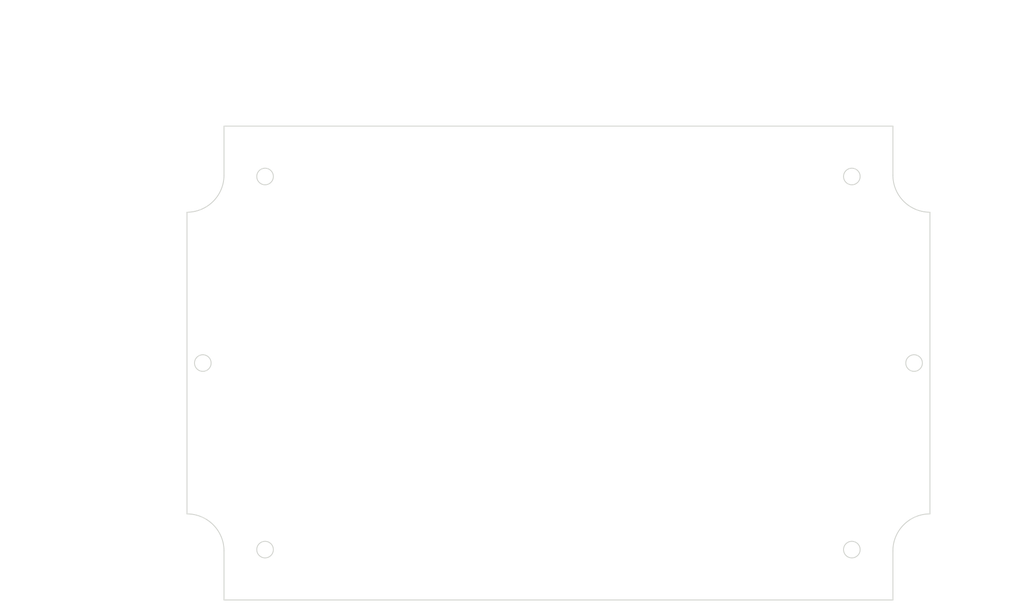
<source format=kicad_pcb>
(kicad_pcb (version 20171130) (host pcbnew "(5.1.0)-1")

  (general
    (thickness 1.6)
    (drawings 86)
    (tracks 0)
    (zones 0)
    (modules 0)
    (nets 1)
  )

  (page A4)
  (layers
    (0 F.Cu signal)
    (31 B.Cu signal)
    (32 B.Adhes user)
    (33 F.Adhes user)
    (34 B.Paste user)
    (35 F.Paste user)
    (36 B.SilkS user)
    (37 F.SilkS user)
    (38 B.Mask user)
    (39 F.Mask user)
    (40 Dwgs.User user)
    (41 Cmts.User user)
    (42 Eco1.User user)
    (43 Eco2.User user)
    (44 Edge.Cuts user)
    (45 Margin user)
    (46 B.CrtYd user)
    (47 F.CrtYd user)
    (48 B.Fab user)
    (49 F.Fab user)
  )

  (setup
    (last_trace_width 0.25)
    (trace_clearance 0.2)
    (zone_clearance 0.508)
    (zone_45_only no)
    (trace_min 0.2)
    (via_size 0.8)
    (via_drill 0.4)
    (via_min_size 0.4)
    (via_min_drill 0.3)
    (uvia_size 0.3)
    (uvia_drill 0.1)
    (uvias_allowed no)
    (uvia_min_size 0.2)
    (uvia_min_drill 0.1)
    (edge_width 0.05)
    (segment_width 0.2)
    (pcb_text_width 0.3)
    (pcb_text_size 1.5 1.5)
    (mod_edge_width 0.12)
    (mod_text_size 1 1)
    (mod_text_width 0.15)
    (pad_size 1.524 1.524)
    (pad_drill 0.762)
    (pad_to_mask_clearance 0.051)
    (solder_mask_min_width 0.25)
    (aux_axis_origin 0 0)
    (visible_elements FFFFFF7F)
    (pcbplotparams
      (layerselection 0x010fc_ffffffff)
      (usegerberextensions false)
      (usegerberattributes false)
      (usegerberadvancedattributes false)
      (creategerberjobfile false)
      (excludeedgelayer true)
      (linewidth 0.152400)
      (plotframeref false)
      (viasonmask false)
      (mode 1)
      (useauxorigin false)
      (hpglpennumber 1)
      (hpglpenspeed 20)
      (hpglpendiameter 15.000000)
      (psnegative false)
      (psa4output false)
      (plotreference true)
      (plotvalue true)
      (plotinvisibletext false)
      (padsonsilk false)
      (subtractmaskfromsilk false)
      (outputformat 1)
      (mirror false)
      (drillshape 1)
      (scaleselection 1)
      (outputdirectory ""))
  )

  (net 0 "")

  (net_class Default "This is the default net class."
    (clearance 0.2)
    (trace_width 0.25)
    (via_dia 0.8)
    (via_drill 0.4)
    (uvia_dia 0.3)
    (uvia_drill 0.1)
  )

  (gr_line (start 89.380193 59.561431) (end 89.380193 48.512431) (layer Edge.Cuts) (width 0.2))
  (gr_arc (start 81.048993 59.561431) (end 81.048993 67.892631) (angle -90) (layer Edge.Cuts) (width 0.2))
  (gr_line (start 81.048993 135.812231) (end 81.048993 67.892631) (layer Edge.Cuts) (width 0.2))
  (gr_arc (start 81.048993 144.143431) (end 89.380193 144.143431) (angle -90) (layer Edge.Cuts) (width 0.2))
  (gr_line (start 89.380193 155.192431) (end 89.380193 144.143431) (layer Edge.Cuts) (width 0.2))
  (gr_line (start 239.849793 155.192431) (end 89.380193 155.192431) (layer Edge.Cuts) (width 0.2))
  (gr_line (start 239.849793 144.143431) (end 239.849793 155.192431) (layer Edge.Cuts) (width 0.2))
  (gr_arc (start 248.180993 144.143431) (end 248.180993 135.812231) (angle -90) (layer Edge.Cuts) (width 0.2))
  (gr_line (start 248.180993 67.892631) (end 248.180993 135.812231) (layer Edge.Cuts) (width 0.2))
  (gr_arc (start 248.180993 59.561431) (end 239.849793 59.561431) (angle -90) (layer Edge.Cuts) (width 0.2))
  (gr_line (start 239.849793 48.512431) (end 239.849793 59.561431) (layer Edge.Cuts) (width 0.2))
  (gr_line (start 89.380193 48.512431) (end 239.849793 48.512431) (layer Edge.Cuts) (width 0.2))
  (gr_circle (center 84.614993 101.852431) (end 86.481893 101.852431) (layer Edge.Cuts) (width 0.2))
  (gr_circle (center 244.614993 101.852431) (end 246.481893 101.852431) (layer Edge.Cuts) (width 0.2))
  (gr_circle (center 98.614993 59.852431) (end 100.481893 59.852431) (layer Edge.Cuts) (width 0.2))
  (gr_circle (center 230.614993 59.852431) (end 232.481893 59.852431) (layer Edge.Cuts) (width 0.2))
  (gr_circle (center 98.614993 143.852431) (end 100.481893 143.852431) (layer Edge.Cuts) (width 0.2))
  (gr_circle (center 230.614993 143.852431) (end 232.481893 143.852431) (layer Edge.Cuts) (width 0.2))
  (gr_line (start 230.614993 143.942431) (end 230.614993 143.762431) (layer Dwgs.User) (width 0.2))
  (gr_line (start 230.524993 143.852431) (end 230.704993 143.852431) (layer Dwgs.User) (width 0.2))
  (gr_text "6 X ∅3.73\n[∅0.15]" (at 261.820676 155.167701) (layer Dwgs.User)
    (effects (font (size 2 1.8) (thickness 0.25)))
  )
  (gr_line (start 251.537188 155.167701) (end 234.016324 145.691959) (layer Dwgs.User) (width 0.2))
  (gr_line (start 254.444939 155.167701) (end 251.537188 155.167701) (layer Dwgs.User) (width 0.2))
  (gr_text [1.34] (at 64.551396 86.95425) (layer Dwgs.User)
    (effects (font (size 2 1.8) (thickness 0.25)))
  )
  (gr_text " 33.96" (at 64.551396 83.050703) (layer Dwgs.User)
    (effects (font (size 2 1.8) (thickness 0.25)))
  )
  (gr_line (start 64.551396 99.852431) (end 64.551396 88.776078) (layer Dwgs.User) (width 0.2))
  (gr_line (start 64.551396 69.892631) (end 64.551396 80.968984) (layer Dwgs.User) (width 0.2))
  (gr_line (start 83.614993 101.852431) (end 61.376396 101.852431) (layer Dwgs.User) (width 0.2))
  (gr_line (start 80.048993 67.892631) (end 61.376396 67.892631) (layer Dwgs.User) (width 0.2))
  (gr_text [3.31] (at 155.429834 103.93415) (layer Dwgs.User)
    (effects (font (size 2 1.8) (thickness 0.25)))
  )
  (gr_text " 84.00" (at 155.429834 100.031285) (layer Dwgs.User)
    (effects (font (size 2 1.8) (thickness 0.25)))
  )
  (gr_line (start 155.429834 141.852431) (end 155.429834 105.755296) (layer Dwgs.User) (width 0.2))
  (gr_line (start 155.429834 61.852431) (end 155.429834 97.949566) (layer Dwgs.User) (width 0.2))
  (gr_line (start 99.614993 143.852431) (end 158.604834 143.852431) (layer Dwgs.User) (width 0.2))
  (gr_line (start 99.614993 59.852431) (end 158.604834 59.852431) (layer Dwgs.User) (width 0.2))
  (gr_text [.14] (at 93.091975 98.531077) (layer Dwgs.User)
    (effects (font (size 2 1.8) (thickness 0.25)))
  )
  (gr_text " 3.57" (at 93.091975 94.62753) (layer Dwgs.User)
    (effects (font (size 2 1.8) (thickness 0.25)))
  )
  (gr_line (start 86.614993 96.449358) (end 89.248319 96.449358) (layer Dwgs.User) (width 0.2))
  (gr_line (start 79.048993 96.449358) (end 77.048993 96.449358) (layer Dwgs.User) (width 0.2))
  (gr_line (start 84.614993 100.852431) (end 84.614993 93.274358) (layer Dwgs.User) (width 0.2))
  (gr_text [5.20] (at 155.679483 41.985043) (layer Dwgs.User)
    (effects (font (size 2 1.8) (thickness 0.25)))
  )
  (gr_text " 132.00" (at 155.679483 38.081496) (layer Dwgs.User)
    (effects (font (size 2 1.8) (thickness 0.25)))
  )
  (gr_line (start 228.614993 39.903324) (end 161.073616 39.903324) (layer Dwgs.User) (width 0.2))
  (gr_line (start 100.614993 39.903324) (end 150.285349 39.903324) (layer Dwgs.User) (width 0.2))
  (gr_line (start 230.614993 58.852431) (end 230.614993 36.728324) (layer Dwgs.User) (width 0.2))
  (gr_line (start 98.614993 58.852431) (end 98.614993 36.728324) (layer Dwgs.User) (width 0.2))
  (gr_text [R0.33] (at 101.016944 132.778661) (layer Dwgs.User)
    (effects (font (size 2 1.8) (thickness 0.25)))
  )
  (gr_text " R8.33" (at 101.016944 128.875113) (layer Dwgs.User)
    (effects (font (size 2 1.8) (thickness 0.25)))
  )
  (gr_line (start 93.89839 130.696942) (end 88.186537 136.674216) (layer Dwgs.User) (width 0.2))
  (gr_line (start 95.89839 130.696942) (end 93.89839 130.696942) (layer Dwgs.User) (width 0.2))
  (gr_text [6.58] (at 154.404964 25.62872) (layer Dwgs.User)
    (effects (font (size 2 1.8) (thickness 0.25)))
  )
  (gr_text " 167.13" (at 154.404964 21.725173) (layer Dwgs.User)
    (effects (font (size 2 1.8) (thickness 0.25)))
  )
  (gr_line (start 246.180993 23.547001) (end 159.802508 23.547001) (layer Dwgs.User) (width 0.2))
  (gr_line (start 83.048993 23.547001) (end 149.00742 23.547001) (layer Dwgs.User) (width 0.2))
  (gr_line (start 248.180993 66.892631) (end 248.180993 20.372001) (layer Dwgs.User) (width 0.2))
  (gr_line (start 81.048993 66.892631) (end 81.048993 20.372001) (layer Dwgs.User) (width 0.2))
  (gr_text [.33] (at 69.437051 40.073265) (layer Dwgs.User)
    (effects (font (size 2 1.8) (thickness 0.25)))
  )
  (gr_text " 8.33" (at 69.437051 36.169718) (layer Dwgs.User)
    (effects (font (size 2 1.8) (thickness 0.25)))
  )
  (gr_line (start 81.048993 37.991546) (end 73.280707 37.991546) (layer Dwgs.User) (width 0.2))
  (gr_line (start 87.380193 37.991546) (end 83.048993 37.991546) (layer Dwgs.User) (width 0.2))
  (gr_line (start 81.048993 66.892631) (end 81.048993 34.816546) (layer Dwgs.User) (width 0.2))
  (gr_line (start 89.380193 47.512431) (end 89.380193 34.816546) (layer Dwgs.User) (width 0.2))
  (gr_text [5.92] (at 175.434522 34.337931) (layer Dwgs.User)
    (effects (font (size 2 1.8) (thickness 0.25)))
  )
  (gr_text " 150.47" (at 175.434522 30.435066) (layer Dwgs.User)
    (effects (font (size 2 1.8) (thickness 0.25)))
  )
  (gr_line (start 237.849793 32.256212) (end 180.832067 32.256212) (layer Dwgs.User) (width 0.2))
  (gr_line (start 91.380193 32.256212) (end 170.036978 32.256212) (layer Dwgs.User) (width 0.2))
  (gr_line (start 239.849793 47.512431) (end 239.849793 29.081212) (layer Dwgs.User) (width 0.2))
  (gr_line (start 89.380193 47.512431) (end 89.380193 29.081212) (layer Dwgs.User) (width 0.2))
  (gr_text [4.20] (at 44.583936 103.93415) (layer Dwgs.User)
    (effects (font (size 2 1.8) (thickness 0.25)))
  )
  (gr_text " 106.68" (at 44.583936 100.031285) (layer Dwgs.User)
    (effects (font (size 2 1.8) (thickness 0.25)))
  )
  (gr_line (start 44.583936 153.192431) (end 44.583936 105.755296) (layer Dwgs.User) (width 0.2))
  (gr_line (start 44.583936 50.512431) (end 44.583936 97.949566) (layer Dwgs.User) (width 0.2))
  (gr_line (start 88.380193 155.192431) (end 41.408936 155.192431) (layer Dwgs.User) (width 0.2))
  (gr_line (start 88.380193 48.512431) (end 41.408936 48.512431) (layer Dwgs.User) (width 0.2))
  (gr_text [.76] (at 64.763816 58.341366) (layer Dwgs.User)
    (effects (font (size 2 1.8) (thickness 0.25)))
  )
  (gr_text " 19.38" (at 64.763816 54.437819) (layer Dwgs.User)
    (effects (font (size 2 1.8) (thickness 0.25)))
  )
  (gr_line (start 64.763816 50.512431) (end 64.763816 52.3561) (layer Dwgs.User) (width 0.2))
  (gr_line (start 64.763816 65.892631) (end 64.763816 60.163194) (layer Dwgs.User) (width 0.2))
  (gr_line (start 88.380193 48.512431) (end 61.588816 48.512431) (layer Dwgs.User) (width 0.2))
  (gr_line (start 80.048993 67.892631) (end 61.588816 67.892631) (layer Dwgs.User) (width 0.2))
  (gr_text [3.44] (at 56.380193 117.818905) (layer Dwgs.User)
    (effects (font (size 2 1.8) (thickness 0.25)))
  )
  (gr_text " 87.30" (at 56.380193 113.915358) (layer Dwgs.User)
    (effects (font (size 2 1.8) (thickness 0.25)))
  )
  (gr_line (start 56.380193 69.892631) (end 56.380193 111.833639) (layer Dwgs.User) (width 0.2))
  (gr_line (start 56.380193 153.192431) (end 56.380193 119.640733) (layer Dwgs.User) (width 0.2))
  (gr_line (start 80.048993 67.892631) (end 53.205193 67.892631) (layer Dwgs.User) (width 0.2))
  (gr_line (start 88.380193 155.192431) (end 53.205193 155.192431) (layer Dwgs.User) (width 0.2))

)

</source>
